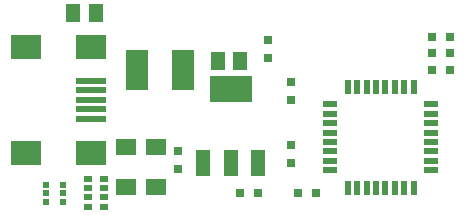
<source format=gtp>
G75*
G70*
%OFA0B0*%
%FSLAX24Y24*%
%IPPOS*%
%LPD*%
%AMOC8*
5,1,8,0,0,1.08239X$1,22.5*
%
%ADD10R,0.0300X0.0300*%
%ADD11R,0.0984X0.0197*%
%ADD12R,0.0984X0.0787*%
%ADD13R,0.0709X0.0551*%
%ADD14R,0.0748X0.1339*%
%ADD15R,0.0512X0.0591*%
%ADD16R,0.0236X0.0197*%
%ADD17R,0.0236X0.0236*%
%ADD18R,0.0256X0.0197*%
%ADD19R,0.0220X0.0500*%
%ADD20R,0.0500X0.0220*%
%ADD21R,0.0480X0.0880*%
%ADD22R,0.1417X0.0866*%
D10*
X006660Y002235D03*
X006660Y002835D03*
X008710Y001410D03*
X009310Y001410D03*
X010635Y001410D03*
X011235Y001410D03*
X010410Y002435D03*
X010410Y003035D03*
X010410Y004535D03*
X010410Y005135D03*
X009660Y005935D03*
X009660Y006535D03*
X015110Y006635D03*
X015710Y006635D03*
X015710Y006085D03*
X015110Y006085D03*
X015110Y005535D03*
X015710Y005535D03*
D11*
X003744Y005165D03*
X003744Y004850D03*
X003744Y004535D03*
X003744Y004220D03*
X003744Y003905D03*
D12*
X003744Y002763D03*
X001579Y002763D03*
X001579Y006307D03*
X003744Y006307D03*
D13*
X004910Y002954D03*
X005910Y002954D03*
X005910Y001616D03*
X004910Y001616D03*
D14*
X005292Y005535D03*
X006828Y005535D03*
D15*
X007986Y005835D03*
X008734Y005835D03*
X003909Y007410D03*
X003161Y007410D03*
D16*
X002259Y001115D03*
X002811Y001115D03*
X002811Y001705D03*
X002259Y001705D03*
D17*
X002259Y001410D03*
X002811Y001410D03*
D18*
X003644Y001278D03*
X003644Y001592D03*
X004176Y001592D03*
X004176Y001278D03*
X004176Y000963D03*
X003644Y000963D03*
X003644Y001907D03*
X004176Y001907D03*
D19*
X012308Y001595D03*
X012623Y001595D03*
X012938Y001595D03*
X013253Y001595D03*
X013567Y001595D03*
X013882Y001595D03*
X014197Y001595D03*
X014512Y001595D03*
X014512Y004975D03*
X014197Y004975D03*
X013882Y004975D03*
X013567Y004975D03*
X013253Y004975D03*
X012938Y004975D03*
X012623Y004975D03*
X012308Y004975D03*
D20*
X011720Y004387D03*
X011720Y004072D03*
X011720Y003757D03*
X011720Y003442D03*
X011720Y003128D03*
X011720Y002813D03*
X011720Y002498D03*
X011720Y002183D03*
X015100Y002183D03*
X015100Y002498D03*
X015100Y002813D03*
X015100Y003128D03*
X015100Y003442D03*
X015100Y003757D03*
X015100Y004072D03*
X015100Y004387D03*
D21*
X009320Y002440D03*
X008410Y002440D03*
X007500Y002440D03*
D22*
X008410Y004880D03*
M02*

</source>
